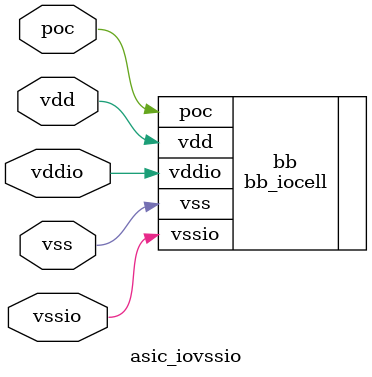
<source format=v>
module asic_iovssio #(
    parameter DIR = "NO",
    parameter TYPE = "SOFT"
) (
    inout vdd,
    inout vss,
    inout vddio,
    inout vssio,
    inout poc
);

bb_iocell bb (
    .vdd(vdd),
    .vss(vss),
    .vddio(vddio),
    .vssio(vssio),
    .poc(poc)
);

endmodule
</source>
